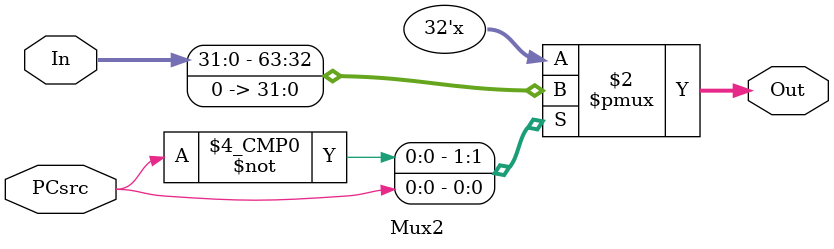
<source format=v>
`timescale 1ns / 1ps
module Mux2(
	 input PCsrc,
    input [31:0] In,
    output [31:0] Out
    );
	
	reg[31:0] Out;
	always @(PCsrc or In)
	begin
		case(PCsrc)
			1'b0: Out = In;
			1'b1: Out = 32'b00000000_00000000_00000000_00000000;
		endcase
	end
endmodule
</source>
